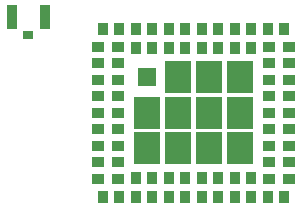
<source format=gbr>
G04 EAGLE Gerber X2 export*
%TF.Part,Single*%
%TF.FileFunction,Paste,Top*%
%TF.FilePolarity,Positive*%
%TF.GenerationSoftware,Autodesk,EAGLE,9.1.0*%
%TF.CreationDate,2019-01-28T13:00:55Z*%
G75*
%MOMM*%
%FSLAX34Y34*%
%LPD*%
%AMOC8*
5,1,8,0,0,1.08239X$1,22.5*%
G01*
%ADD10R,1.100000X0.900000*%
%ADD11R,0.900000X1.100000*%
%ADD12R,1.500000X1.500000*%
%ADD13R,2.300000X2.700000*%
%ADD14R,0.965200X0.762000*%
%ADD15R,0.812800X2.133600*%


D10*
X96800Y157600D03*
X96800Y143600D03*
X96800Y129600D03*
X96800Y115600D03*
X96800Y101600D03*
X96800Y87600D03*
X96800Y73600D03*
X96800Y59600D03*
X96800Y45600D03*
D11*
X100800Y30600D03*
X114800Y30600D03*
X128800Y30600D03*
X142800Y30600D03*
X156800Y30600D03*
X170800Y30600D03*
X184800Y30600D03*
X198800Y30600D03*
X212800Y30600D03*
X226800Y30600D03*
X240800Y30600D03*
X254800Y30600D03*
D10*
X258800Y45600D03*
X258800Y59600D03*
X258800Y73600D03*
X258800Y87600D03*
X258800Y101600D03*
X258800Y115600D03*
X258800Y129600D03*
X258800Y143600D03*
X258800Y157600D03*
D11*
X254800Y172600D03*
X240800Y172600D03*
X226800Y172600D03*
X212800Y172600D03*
X198800Y172600D03*
X184800Y172600D03*
X170800Y172600D03*
X156800Y172600D03*
X142800Y172600D03*
X128800Y172600D03*
X114800Y172600D03*
X100800Y172600D03*
D10*
X114200Y157600D03*
X114200Y143600D03*
X114200Y129600D03*
X114200Y115600D03*
X114200Y101600D03*
X114200Y87600D03*
X114200Y73600D03*
X114200Y59600D03*
X114200Y45600D03*
D11*
X128800Y46600D03*
X142800Y46600D03*
X156800Y46600D03*
X170800Y46600D03*
X184800Y46600D03*
X198800Y46600D03*
X212800Y46600D03*
X226800Y46600D03*
D10*
X241400Y45600D03*
X241400Y59600D03*
X241400Y73600D03*
X241400Y87600D03*
X241400Y101600D03*
X241400Y115600D03*
X241400Y129600D03*
X241400Y143600D03*
X241400Y157600D03*
D11*
X226800Y156600D03*
X212800Y156600D03*
X198800Y156600D03*
X184800Y156600D03*
X170800Y156600D03*
X156800Y156600D03*
X142800Y156600D03*
X128800Y156600D03*
D12*
X138800Y131600D03*
D13*
X138800Y101600D03*
X138800Y71600D03*
X164800Y71600D03*
X190800Y71600D03*
X216800Y71600D03*
X216800Y101600D03*
X216800Y131600D03*
X190800Y131600D03*
X164800Y131600D03*
X164800Y101600D03*
X190800Y101600D03*
D14*
X38100Y167386D03*
D15*
X52054Y182626D03*
X24146Y182626D03*
M02*

</source>
